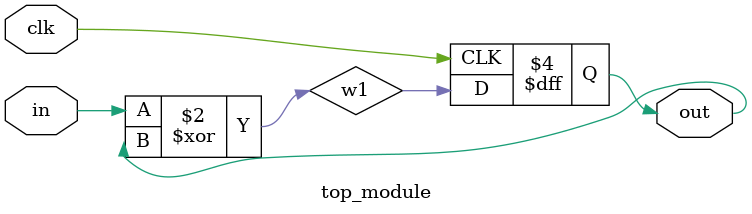
<source format=v>
module top_module (
    input clk,
    input in, 
    output out);
    
    wire w1;
    
    always @(*) begin
        w1 <= in ^ out;
    end
    
    always @(posedge clk) begin
        out <= w1;        
    end

endmodule

</source>
